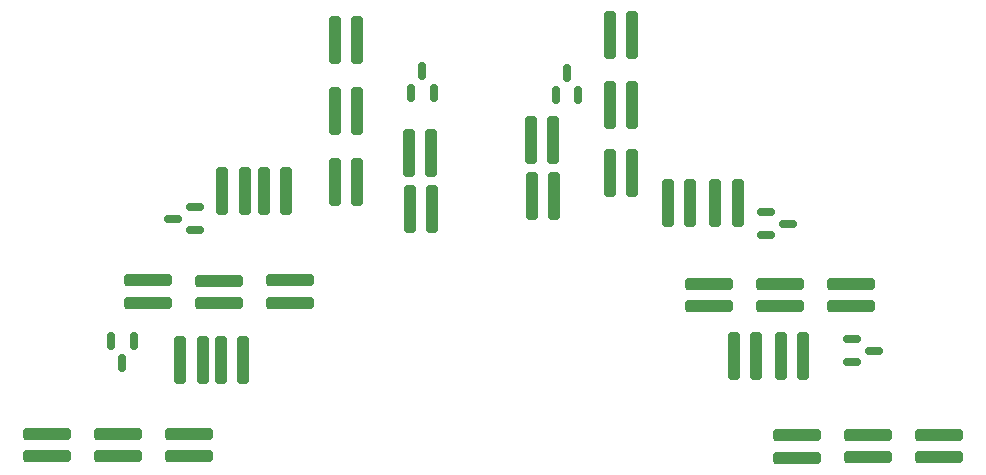
<source format=gbr>
%TF.GenerationSoftware,KiCad,Pcbnew,8.0.0*%
%TF.CreationDate,2024-03-19T23:43:15+02:00*%
%TF.ProjectId,SensorKiCad-RTHMAT004,53656e73-6f72-44b6-9943-61642d525448,rev?*%
%TF.SameCoordinates,Original*%
%TF.FileFunction,Paste,Top*%
%TF.FilePolarity,Positive*%
%FSLAX46Y46*%
G04 Gerber Fmt 4.6, Leading zero omitted, Abs format (unit mm)*
G04 Created by KiCad (PCBNEW 8.0.0) date 2024-03-19 23:43:15*
%MOMM*%
%LPD*%
G01*
G04 APERTURE LIST*
G04 Aperture macros list*
%AMRoundRect*
0 Rectangle with rounded corners*
0 $1 Rounding radius*
0 $2 $3 $4 $5 $6 $7 $8 $9 X,Y pos of 4 corners*
0 Add a 4 corners polygon primitive as box body*
4,1,4,$2,$3,$4,$5,$6,$7,$8,$9,$2,$3,0*
0 Add four circle primitives for the rounded corners*
1,1,$1+$1,$2,$3*
1,1,$1+$1,$4,$5*
1,1,$1+$1,$6,$7*
1,1,$1+$1,$8,$9*
0 Add four rect primitives between the rounded corners*
20,1,$1+$1,$2,$3,$4,$5,0*
20,1,$1+$1,$4,$5,$6,$7,0*
20,1,$1+$1,$6,$7,$8,$9,0*
20,1,$1+$1,$8,$9,$2,$3,0*%
G04 Aperture macros list end*
%ADD10RoundRect,0.250000X-1.775000X0.262500X-1.775000X-0.262500X1.775000X-0.262500X1.775000X0.262500X0*%
%ADD11RoundRect,0.250000X-0.262500X-1.775000X0.262500X-1.775000X0.262500X1.775000X-0.262500X1.775000X0*%
%ADD12RoundRect,0.250000X0.262500X1.775000X-0.262500X1.775000X-0.262500X-1.775000X0.262500X-1.775000X0*%
%ADD13RoundRect,0.150000X-0.587500X-0.150000X0.587500X-0.150000X0.587500X0.150000X-0.587500X0.150000X0*%
%ADD14RoundRect,0.150000X0.587500X0.150000X-0.587500X0.150000X-0.587500X-0.150000X0.587500X-0.150000X0*%
%ADD15RoundRect,0.150000X-0.150000X0.587500X-0.150000X-0.587500X0.150000X-0.587500X0.150000X0.587500X0*%
%ADD16RoundRect,0.150000X0.150000X-0.587500X0.150000X0.587500X-0.150000X0.587500X-0.150000X-0.587500X0*%
G04 APERTURE END LIST*
D10*
%TO.C,R27*%
X99000000Y-166125000D03*
X99000000Y-168000000D03*
%TD*%
D11*
%TO.C,R10*%
X44312500Y-145500000D03*
X46187500Y-145500000D03*
%TD*%
%TO.C,R17*%
X70462500Y-141150000D03*
X72337500Y-141150000D03*
%TD*%
D10*
%TO.C,R1*%
X29500000Y-166062500D03*
X29500000Y-167937500D03*
%TD*%
D12*
%TO.C,R18*%
X79012500Y-144000000D03*
X77137500Y-144000000D03*
%TD*%
%TO.C,R4*%
X42637500Y-159800000D03*
X40762500Y-159800000D03*
%TD*%
%TO.C,R9*%
X49687500Y-145500000D03*
X47812500Y-145500000D03*
%TD*%
D10*
%TO.C,R8*%
X50000000Y-153062500D03*
X50000000Y-154937500D03*
%TD*%
%TO.C,R22*%
X91500000Y-153375000D03*
X91500000Y-155250000D03*
%TD*%
%TO.C,R23*%
X85500000Y-153375000D03*
X85500000Y-155250000D03*
%TD*%
D11*
%TO.C,R14*%
X53812500Y-138750000D03*
X55687500Y-138750000D03*
%TD*%
%TO.C,R13*%
X53812500Y-132687500D03*
X55687500Y-132687500D03*
%TD*%
D13*
%TO.C,Q6*%
X97625000Y-158050000D03*
X97625000Y-159950000D03*
X99500000Y-159000000D03*
%TD*%
%TO.C,Q5*%
X90312500Y-147300000D03*
X90312500Y-149200000D03*
X92187500Y-148250000D03*
%TD*%
D12*
%TO.C,R19*%
X79000000Y-138250000D03*
X77125000Y-138250000D03*
%TD*%
%TO.C,R12*%
X62000000Y-142250000D03*
X60125000Y-142250000D03*
%TD*%
D10*
%TO.C,R21*%
X97500000Y-153375000D03*
X97500000Y-155250000D03*
%TD*%
D11*
%TO.C,R5*%
X44200000Y-159800000D03*
X46075000Y-159800000D03*
%TD*%
D14*
%TO.C,Q2*%
X42000000Y-148775000D03*
X42000000Y-146875000D03*
X40125000Y-147825000D03*
%TD*%
D15*
%TO.C,Q1*%
X36800000Y-158150000D03*
X34900000Y-158150000D03*
X35850000Y-160025000D03*
%TD*%
D11*
%TO.C,R25*%
X86062500Y-146500000D03*
X87937500Y-146500000D03*
%TD*%
D16*
%TO.C,Q4*%
X72550000Y-137375000D03*
X74450000Y-137375000D03*
X73500000Y-135500000D03*
%TD*%
D12*
%TO.C,R30*%
X89500000Y-159500000D03*
X87625000Y-159500000D03*
%TD*%
D10*
%TO.C,R3*%
X41500000Y-166062500D03*
X41500000Y-167937500D03*
%TD*%
%TO.C,R28*%
X105000000Y-166125000D03*
X105000000Y-168000000D03*
%TD*%
%TO.C,R6*%
X38000000Y-153062500D03*
X38000000Y-154937500D03*
%TD*%
D11*
%TO.C,R16*%
X70550000Y-145900000D03*
X72425000Y-145900000D03*
%TD*%
D10*
%TO.C,R2*%
X35500000Y-166062500D03*
X35500000Y-167937500D03*
%TD*%
D12*
%TO.C,R11*%
X62062500Y-147000000D03*
X60187500Y-147000000D03*
%TD*%
D11*
%TO.C,R15*%
X53812500Y-144750000D03*
X55687500Y-144750000D03*
%TD*%
D12*
%TO.C,R24*%
X83937500Y-146500000D03*
X82062500Y-146500000D03*
%TD*%
D16*
%TO.C,Q3*%
X60300000Y-137187500D03*
X62200000Y-137187500D03*
X61250000Y-135312500D03*
%TD*%
D10*
%TO.C,R7*%
X44000000Y-153125000D03*
X44000000Y-155000000D03*
%TD*%
%TO.C,R26*%
X93000000Y-166187500D03*
X93000000Y-168062500D03*
%TD*%
D11*
%TO.C,R29*%
X91625000Y-159500000D03*
X93500000Y-159500000D03*
%TD*%
D12*
%TO.C,R20*%
X79012500Y-132250000D03*
X77137500Y-132250000D03*
%TD*%
M02*

</source>
